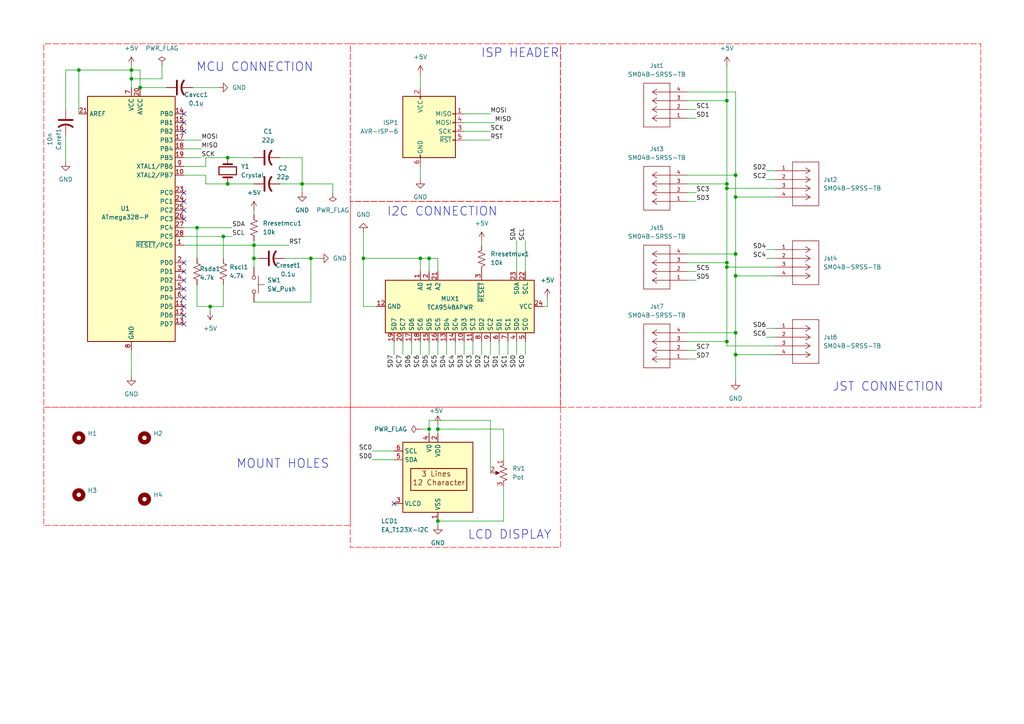
<source format=kicad_sch>
(kicad_sch (version 20250114) (generator "eeschema") (generator_version "9.0")
  (paper "A4")
  (lib_symbols
    (symbol "4_Pin_JST:SM04B-SRSS-TB" (pin_names (offset 1.016))
      (property "Reference" "J" (at 4.1656 5.3086 0))
      (property "Value" "SM04B-SRSS-TB" (at 0 0 0))
      (symbol "SM04B-SRSS-TB_0_0"
        (polyline (pts (xy 5.08 2.54) (xy 5.08 -10.16)) (stroke (width 0.1524)))
        (polyline (pts (xy 5.08 -10.16) (xy 12.7 -10.16)) (stroke (width 0.1524)))
        (polyline (pts (xy 10.16 0) (xy 5.08 0)) (stroke (width 0.1524)))
        (polyline (pts (xy 10.16 0) (xy 8.89 0.8382)) (stroke (width 0.1524)))
        (polyline (pts (xy 10.16 0) (xy 8.89 -0.8382)) (stroke (width 0.1524)))
        (polyline (pts (xy 10.16 -2.54) (xy 5.08 -2.54)) (stroke (width 0.1524)))
        (polyline (pts (xy 10.16 -2.54) (xy 8.89 -1.7018)) (stroke (width 0.1524)))
        (polyline (pts (xy 10.16 -2.54) (xy 8.89 -3.3782)) (stroke (width 0.1524)))
        (polyline (pts (xy 10.16 -5.08) (xy 5.08 -5.08)) (stroke (width 0.1524)))
        (polyline (pts (xy 10.16 -5.08) (xy 8.89 -4.2418)) (stroke (width 0.1524)))
        (polyline (pts (xy 10.16 -5.08) (xy 8.89 -5.9182)) (stroke (width 0.1524)))
        (polyline (pts (xy 10.16 -7.62) (xy 5.08 -7.62)) (stroke (width 0.1524)))
        (polyline (pts (xy 10.16 -7.62) (xy 8.89 -6.7818)) (stroke (width 0.1524)))
        (polyline (pts (xy 10.16 -7.62) (xy 8.89 -8.4582)) (stroke (width 0.1524)))
        (polyline (pts (xy 12.7 2.54) (xy 5.08 2.54)) (stroke (width 0.1524)))
        (polyline (pts (xy 12.7 -10.16) (xy 12.7 2.54)) (stroke (width 0.1524)))
        (pin passive line (at 0 0 0) (length 5.08) (name "~") (number "1"))
        (pin passive line (at 0 -2.54 0) (length 5.08) (name "~") (number "2"))
        (pin passive line (at 0 -5.08 0) (length 5.08) (name "~") (number "3"))
        (pin passive line (at 0 -7.62 0) (length 5.08) (name "~") (number "4"))
      )
    )
    (symbol "Connector:AVR-ISP-6" (pin_names (offset 1.016))
      (property "Reference" "J" (at -6.35 11.43 0))
      (property "Value" "AVR-ISP-6" (at 0 11.43 0))
      (symbol "AVR-ISP-6_0_1"
        (rectangle (start -2.667 10.16) (end -2.413 9.398))
        (rectangle (start -2.667 -6.858) (end -2.413 -7.62))
        (rectangle (start 7.62 10.16) (end -7.62 -7.62) (stroke (width 0.254)) (fill (type background)))
        (rectangle (start 7.62 5.207) (end 6.858 4.953))
        (rectangle (start 7.62 2.667) (end 6.858 2.413))
        (rectangle (start 7.62 0.127) (end 6.858 -0.127))
        (rectangle (start 7.62 -2.413) (end 6.858 -2.667))
      )
      (symbol "AVR-ISP-6_1_1"
        (pin passive line (at -2.54 12.7 270) (length 2.54) (name "VCC") (number "2"))
        (pin passive line (at -2.54 -10.16 90) (length 2.54) (name "GND") (number "6"))
        (pin passive line (at 10.16 5.08 180) (length 2.54) (name "MISO") (number "1"))
        (pin passive line (at 10.16 2.54 180) (length 2.54) (name "MOSI") (number "4"))
        (pin passive line (at 10.16 0 180) (length 2.54) (name "SCK") (number "3"))
        (pin passive line (at 10.16 -2.54 180) (length 2.54) (name "~{RST}") (number "5"))
      )
    )
    (symbol "Device:C_US" (pin_numbers (hide yes)) (pin_names (offset 0.254) (hide yes))
      (property "Reference" "C" (at 0.635 2.54 0))
      (property "Value" "C_US" (at 0.635 -2.54 0))
      (symbol "C_US_0_1"
        (polyline (pts (xy -2.032 0.762) (xy 2.032 0.762)) (stroke (width 0.508)))
        (arc (start -2.032 -1.27) (mid 0 -0.5572) (end 2.032 -1.27) (stroke (width 0.508)))
      )
      (symbol "C_US_1_1"
        (pin passive line (at 0 3.81 270) (length 2.794) (name "~") (number "1"))
        (pin passive line (at 0 -3.81 90) (length 3.302) (name "~") (number "2"))
      )
    )
    (symbol "Device:Crystal" (pin_numbers (hide yes)) (pin_names (offset 1.016) (hide yes))
      (property "Reference" "Y" (at 0 3.81 0))
      (property "Value" "Crystal" (at 0 -3.81 0))
      (symbol "Crystal_0_1"
        (polyline (pts (xy -2.54 0) (xy -1.905 0)))
        (polyline (pts (xy -1.905 -1.27) (xy -1.905 1.27)) (stroke (width 0.508)))
        (rectangle (start -1.143 2.54) (end 1.143 -2.54) (stroke (width 0.3048)))
        (polyline (pts (xy 1.905 -1.27) (xy 1.905 1.27)) (stroke (width 0.508)))
        (polyline (pts (xy 2.54 0) (xy 1.905 0)))
      )
      (symbol "Crystal_1_1"
        (pin passive line (at -3.81 0 0) (length 1.27) (name "1") (number "1"))
        (pin passive line (at 3.81 0 180) (length 1.27) (name "2") (number "2"))
      )
    )
    (symbol "Device:R_Potentiometer_US" (pin_names (offset 1.016) (hide yes))
      (property "Reference" "RV" (at -4.445 0 90))
      (property "Value" "R_Potentiometer_US" (at -2.54 0 90))
      (symbol "R_Potentiometer_US_0_1"
        (polyline (pts (xy 0 2.54) (xy 0 2.286)))
        (polyline (pts (xy 0 2.286) (xy 1.016 1.905) (xy 0 1.524) (xy -1.016 1.143) (xy 0 0.762)))
        (polyline (pts (xy 0 0.762) (xy 1.016 0.381) (xy 0 0) (xy -1.016 -0.381) (xy 0 -0.762)))
        (polyline (pts (xy 0 -0.762) (xy 1.016 -1.143) (xy 0 -1.524) (xy -1.016 -1.905) (xy 0 -2.286)))
        (polyline (pts (xy 0 -2.286) (xy 0 -2.54)))
        (polyline (pts (xy 1.143 0) (xy 2.286 0.508) (xy 2.286 -0.508) (xy 1.143 0)) (fill (type outline)))
        (polyline (pts (xy 2.54 0) (xy 1.524 0)))
      )
      (symbol "R_Potentiometer_US_1_1"
        (pin passive line (at 0 3.81 270) (length 1.27) (name "1") (number "1"))
        (pin passive line (at 0 -3.81 90) (length 1.27) (name "3") (number "3"))
        (pin passive line (at 3.81 0 180) (length 1.27) (name "2") (number "2"))
      )
    )
    (symbol "Device:R_US" (pin_numbers (hide yes)) (pin_names (offset 0))
      (property "Reference" "R" (at 2.54 0 90))
      (property "Value" "R_US" (at -2.54 0 90))
      (symbol "R_US_0_1"
        (polyline (pts (xy 0 2.286) (xy 0 2.54)))
        (polyline (pts (xy 0 2.286) (xy 1.016 1.905) (xy 0 1.524) (xy -1.016 1.143) (xy 0 0.762)))
        (polyline (pts (xy 0 0.762) (xy 1.016 0.381) (xy 0 0) (xy -1.016 -0.381) (xy 0 -0.762)))
        (polyline (pts (xy 0 -0.762) (xy 1.016 -1.143) (xy 0 -1.524) (xy -1.016 -1.905) (xy 0 -2.286)))
        (polyline (pts (xy 0 -2.286) (xy 0 -2.54)))
      )
      (symbol "R_US_1_1"
        (pin passive line (at 0 3.81 270) (length 1.27) (name "~") (number "1"))
        (pin passive line (at 0 -3.81 90) (length 1.27) (name "~") (number "2"))
      )
    )
    (symbol "Display_Character:EA_T123X-I2C"
      (property "Reference" "U" (at -8.89 11.43 0))
      (property "Value" "EA_T123X-I2C" (at 3.556 11.684 0))
      (symbol "EA_T123X-I2C_0_0"
        (rectangle (start -7.874 2.54) (end 8.382 -3.81) (stroke (width 0.254)))
        (text "12 Character" (at -7.366 -1.524 0) (effects (font (size 1.524 1.524)) (justify left)))
        (text "3 Lines" (at -4.826 1.016 0) (effects (font (size 1.524 1.524)) (justify left)))
      )
      (symbol "EA_T123X-I2C_0_1"
        (rectangle (start -10.16 10.16) (end 10.16 -10.16) (stroke (width 0.254)) (fill (type background)))
      )
      (symbol "EA_T123X-I2C_1_1"
        (pin input line (at -12.7 7.62 0) (length 2.54) (name "SCL") (number "6"))
        (pin bidirectional line (at -12.7 5.08 0) (length 2.54) (name "SDA") (number "5"))
        (pin input line (at -12.7 -7.62 0) (length 2.54) (name "VLCD") (number "3"))
        (pin power_in line (at -2.54 12.7 270) (length 2.54) (name "V0") (number "4"))
        (pin power_in line (at 0 12.7 270) (length 2.54) (name "VDD") (number "2"))
        (pin power_in line (at 0 -12.7 90) (length 2.54) (name "VSS") (number "1"))
      )
    )
    (symbol "Interface_Expansion:TCA9548APWR"
      (property "Reference" "U" (at -7.62 21.59 0))
      (property "Value" "TCA9548APWR" (at 1.016 21.59 0))
      (symbol "TCA9548APWR_0_1"
        (rectangle (start -7.62 20.32) (end 7.62 -22.86) (stroke (width 0.254)) (fill (type background)))
      )
      (symbol "TCA9548APWR_1_1"
        (pin input line (at -10.16 17.78 0) (length 2.54) (name "SCL") (number "22"))
        (pin bidirectional line (at -10.16 15.24 0) (length 2.54) (name "SDA") (number "23"))
        (pin input line (at -10.16 5.08 0) (length 2.54) (name "~{RESET}") (number "3"))
        (pin input line (at -10.16 -7.62 0) (length 2.54) (name "A2") (number "21"))
        (pin input line (at -10.16 -10.16 0) (length 2.54) (name "A1") (number "2"))
        (pin input line (at -10.16 -12.7 0) (length 2.54) (name "A0") (number "1"))
        (pin power_in line (at 0 22.86 270) (length 2.54) (name "VCC") (number "24"))
        (pin power_in line (at 0 -25.4 90) (length 2.54) (name "GND") (number "12"))
        (pin output line (at 10.16 17.78 180) (length 2.54) (name "SC0") (number "5"))
        (pin bidirectional line (at 10.16 15.24 180) (length 2.54) (name "SD0") (number "4"))
        (pin output line (at 10.16 12.7 180) (length 2.54) (name "SC1") (number "7"))
        (pin bidirectional line (at 10.16 10.16 180) (length 2.54) (name "SD1") (number "6"))
        (pin output line (at 10.16 7.62 180) (length 2.54) (name "SC2") (number "9"))
        (pin bidirectional line (at 10.16 5.08 180) (length 2.54) (name "SD2") (number "8"))
        (pin output line (at 10.16 2.54 180) (length 2.54) (name "SC3") (number "11"))
        (pin bidirectional line (at 10.16 0 180) (length 2.54) (name "SD3") (number "10"))
        (pin output line (at 10.16 -2.54 180) (length 2.54) (name "SC4") (number "14"))
        (pin bidirectional line (at 10.16 -5.08 180) (length 2.54) (name "SD4") (number "13"))
        (pin output line (at 10.16 -7.62 180) (length 2.54) (name "SC5") (number "16"))
        (pin bidirectional line (at 10.16 -10.16 180) (length 2.54) (name "SD5") (number "15"))
        (pin output line (at 10.16 -12.7 180) (length 2.54) (name "SC6") (number "18"))
        (pin bidirectional line (at 10.16 -15.24 180) (length 2.54) (name "SD6") (number "17"))
        (pin output line (at 10.16 -17.78 180) (length 2.54) (name "SC7") (number "20"))
        (pin bidirectional line (at 10.16 -20.32 180) (length 2.54) (name "SD7") (number "19"))
      )
    )
    (symbol "MCU_Microchip_ATmega:ATmega328-P"
      (property "Reference" "U" (at -12.7 36.83 0))
      (property "Value" "ATmega328-P" (at 2.54 -36.83 0))
      (symbol "ATmega328-P_0_1"
        (rectangle (start -12.7 -35.56) (end 12.7 35.56) (stroke (width 0.254)) (fill (type background)))
      )
      (symbol "ATmega328-P_1_1"
        (pin passive line (at -15.24 30.48 0) (length 2.54) (name "AREF") (number "21"))
        (pin power_in line (at 0 38.1 270) (length 2.54) (name "VCC") (number "7"))
        (pin passive line (at 0 -38.1 90) (length 2.54) (hide yes) (name "GND") (number "22"))
        (pin power_in line (at 0 -38.1 90) (length 2.54) (name "GND") (number "8"))
        (pin power_in line (at 2.54 38.1 270) (length 2.54) (name "AVCC") (number "20"))
        (pin bidirectional line (at 15.24 30.48 180) (length 2.54) (name "PB0") (number "14"))
        (pin bidirectional line (at 15.24 27.94 180) (length 2.54) (name "PB1") (number "15"))
        (pin bidirectional line (at 15.24 25.4 180) (length 2.54) (name "PB2") (number "16"))
        (pin bidirectional line (at 15.24 22.86 180) (length 2.54) (name "PB3") (number "17"))
        (pin bidirectional line (at 15.24 20.32 180) (length 2.54) (name "PB4") (number "18"))
        (pin bidirectional line (at 15.24 17.78 180) (length 2.54) (name "PB5") (number "19"))
        (pin bidirectional line (at 15.24 15.24 180) (length 2.54) (name "XTAL1/PB6") (number "9"))
        (pin bidirectional line (at 15.24 12.7 180) (length 2.54) (name "XTAL2/PB7") (number "10"))
        (pin bidirectional line (at 15.24 7.62 180) (length 2.54) (name "PC0") (number "23"))
        (pin bidirectional line (at 15.24 5.08 180) (length 2.54) (name "PC1") (number "24"))
        (pin bidirectional line (at 15.24 2.54 180) (length 2.54) (name "PC2") (number "25"))
        (pin bidirectional line (at 15.24 0 180) (length 2.54) (name "PC3") (number "26"))
        (pin bidirectional line (at 15.24 -2.54 180) (length 2.54) (name "PC4") (number "27"))
        (pin bidirectional line (at 15.24 -5.08 180) (length 2.54) (name "PC5") (number "28"))
        (pin bidirectional line (at 15.24 -7.62 180) (length 2.54) (name "~{RESET}/PC6") (number "1"))
        (pin bidirectional line (at 15.24 -12.7 180) (length 2.54) (name "PD0") (number "2"))
        (pin bidirectional line (at 15.24 -15.24 180) (length 2.54) (name "PD1") (number "3"))
        (pin bidirectional line (at 15.24 -17.78 180) (length 2.54) (name "PD2") (number "4"))
        (pin bidirectional line (at 15.24 -20.32 180) (length 2.54) (name "PD3") (number "5"))
        (pin bidirectional line (at 15.24 -22.86 180) (length 2.54) (name "PD4") (number "6"))
        (pin bidirectional line (at 15.24 -25.4 180) (length 2.54) (name "PD5") (number "11"))
        (pin bidirectional line (at 15.24 -27.94 180) (length 2.54) (name "PD6") (number "12"))
        (pin bidirectional line (at 15.24 -30.48 180) (length 2.54) (name "PD7") (number "13"))
      )
    )
    (symbol "Mechanical:MountingHole" (pin_names (offset 1.016)) (in_bom no)
      (property "Reference" "H" (at 0 5.08 0))
      (property "Value" "MountingHole" (at 0 3.175 0))
      (symbol "MountingHole_0_1"
        (circle (center 0 0) (radius 1.27) (stroke (width 1.27)))
      )
    )
    (symbol "Switch:SW_Push" (pin_numbers (hide yes)) (pin_names (offset 1.016) (hide yes))
      (property "Reference" "SW" (at 1.27 2.54 0))
      (property "Value" "SW_Push" (at 0 -1.524 0))
      (symbol "SW_Push_0_1"
        (circle (center -2.032 0) (radius 0.508))
        (polyline (pts (xy 0 1.27) (xy 0 3.048)))
        (circle (center 2.032 0) (radius 0.508))
        (polyline (pts (xy 2.54 1.27) (xy -2.54 1.27)))
        (pin passive line (at -5.08 0 0) (length 2.54) (name "1") (number "1"))
        (pin passive line (at 5.08 0 180) (length 2.54) (name "2") (number "2"))
      )
    )
    (symbol "power:+5V" (power) (pin_numbers (hide yes)) (pin_names (offset 0) (hide yes))
      (property "Value" "+5V" (at 0 3.556 0))
      (symbol "+5V_0_1"
        (polyline (pts (xy -0.762 1.27) (xy 0 2.54)))
        (polyline (pts (xy 0 2.54) (xy 0.762 1.27)))
        (polyline (pts (xy 0 0) (xy 0 2.54)))
      )
      (symbol "+5V_1_1"
        (pin power_in line (at 0 0 90) (length 0) (name "~") (number "1"))
      )
    )
    (symbol "power:GND" (power) (pin_numbers (hide yes)) (pin_names (offset 0) (hide yes))
      (property "Value" "GND" (at 0 -3.81 0))
      (symbol "GND_0_1"
        (polyline (pts (xy 0 0) (xy 0 -1.27) (xy 1.27 -1.27) (xy 0 -2.54) (xy -1.27 -1.27) (xy 0 -1.27)))
      )
      (symbol "GND_1_1"
        (pin power_in line (at 0 0 270) (length 0) (name "~") (number "1"))
      )
    )
    (symbol "power:PWR_FLAG" (power) (pin_numbers (hide yes)) (pin_names (offset 0) (hide yes))
      (property "Value" "PWR_FLAG" (at 0 3.81 0))
      (symbol "PWR_FLAG_0_0"
        (pin power_out line (at 0 0 90) (length 0) (name "~") (number "1"))
      )
      (symbol "PWR_FLAG_0_1"
        (polyline (pts (xy 0 0) (xy 0 1.27) (xy -1.016 1.905) (xy 0 2.54) (xy 1.016 1.905) (xy 0 1.27)))
      )
    )
  )
  (text "MCU CONNECTION\n" (at 73.914 19.558 0) (effects (font (size 2.54 2.54))))
  (text "LCD DISPLAY" (at 147.828 155.194 0) (effects (font (size 2.54 2.54))))
  (text "I2C CONNECTION\n" (at 128.27 61.468 0) (effects (font (size 2.54 2.54))))
  (text "ISP HEADER\n\n" (at 150.876 17.526 0) (effects (font (size 2.54 2.54))))
  (text "MOUNT HOLES\n" (at 82.042 134.62 0) (effects (font (size 2.54 2.54))))
  (text "JST CONNECTION\n" (at 257.556 112.268 0) (effects (font (size 2.54 2.54))))
  (junction (at 210.82 77.47))
  (junction (at 127 124.46))
  (junction (at 210.82 54.61))
  (junction (at 210.82 99.06))
  (junction (at 73.66 74.93))
  (junction (at 66.04 45.72))
  (junction (at 40.64 25.4))
  (junction (at 90.17 74.93))
  (junction (at 38.1 22.86))
  (junction (at 66.04 53.34))
  (junction (at 210.82 76.2))
  (junction (at 213.36 102.87))
  (junction (at 127 151.13))
  (junction (at 213.36 96.52))
  (junction (at 124.46 124.46))
  (junction (at 210.82 53.34))
  (junction (at 121.92 74.93))
  (junction (at 213.36 57.15))
  (junction (at 22.86 20.32))
  (junction (at 64.77 68.58))
  (junction (at 60.96 88.9))
  (junction (at 124.46 74.93))
  (junction (at 213.36 73.66))
  (junction (at 73.66 71.12))
  (junction (at 213.36 50.8))
  (junction (at 210.82 29.21))
  (junction (at 213.36 80.01))
  (junction (at 87.63 53.34))
  (junction (at 38.1 20.32))
  (junction (at 105.41 74.93))
  (junction (at 57.15 66.04))
  (no_connect (at 53.34 58.42))
  (no_connect (at 53.34 76.2))
  (no_connect (at 53.34 86.36))
  (no_connect (at 53.34 83.82))
  (no_connect (at 53.34 78.74))
  (no_connect (at 53.34 91.44))
  (no_connect (at 53.34 60.96))
  (no_connect (at 53.34 55.88))
  (no_connect (at 53.34 63.5))
  (no_connect (at 53.34 35.56))
  (no_connect (at 53.34 33.02))
  (no_connect (at 53.34 88.9))
  (no_connect (at 53.34 38.1))
  (no_connect (at 53.34 93.98))
  (no_connect (at 114.3 146.05))
  (no_connect (at 53.34 81.28))
  (wire (pts (xy 134.62 35.56) (xy 143.51 35.56)))
  (wire (pts (xy 199.39 96.52) (xy 213.36 96.52)))
  (wire (pts (xy 121.92 74.93) (xy 124.46 74.93)))
  (wire (pts (xy 199.39 50.8) (xy 213.36 50.8)))
  (wire (pts (xy 121.92 124.46) (xy 124.46 124.46)))
  (wire (pts (xy 199.39 78.74) (xy 201.93 78.74)))
  (wire (pts (xy 53.34 66.04) (xy 57.15 66.04)))
  (wire (pts (xy 199.39 81.28) (xy 201.93 81.28)))
  (wire (pts (xy 81.28 45.72) (xy 87.63 45.72)))
  (wire (pts (xy 64.77 68.58) (xy 64.77 74.93)))
  (wire (pts (xy 96.52 55.88) (xy 96.52 53.34)))
  (wire (pts (xy 48.26 25.4) (xy 40.64 25.4)))
  (wire (pts (xy 121.92 21.59) (xy 121.92 25.4)))
  (wire (pts (xy 213.36 73.66) (xy 213.36 80.01)))
  (wire (pts (xy 199.39 101.6) (xy 201.93 101.6)))
  (wire (pts (xy 210.82 99.06) (xy 210.82 77.47)))
  (wire (pts (xy 57.15 88.9) (xy 57.15 82.55)))
  (wire (pts (xy 64.77 82.55) (xy 64.77 88.9)))
  (wire (pts (xy 121.92 48.26) (xy 121.92 52.07)))
  (wire (pts (xy 73.66 87.63) (xy 90.17 87.63)))
  (wire (pts (xy 59.69 53.34) (xy 66.04 53.34)))
  (wire (pts (xy 199.39 73.66) (xy 213.36 73.66)))
  (wire (pts (xy 146.05 140.97) (xy 146.05 151.13)))
  (wire (pts (xy 142.24 99.06) (xy 142.24 102.87)))
  (wire (pts (xy 87.63 55.88) (xy 87.63 53.34)))
  (wire (pts (xy 105.41 67.31) (xy 105.41 74.93)))
  (wire (pts (xy 213.36 96.52) (xy 213.36 102.87)))
  (wire (pts (xy 116.84 99.06) (xy 116.84 102.87)))
  (wire (pts (xy 224.79 80.01) (xy 213.36 80.01)))
  (wire (pts (xy 213.36 80.01) (xy 213.36 96.52)))
  (wire (pts (xy 146.05 124.46) (xy 127 124.46)))
  (wire (pts (xy 158.75 86.36) (xy 158.75 88.9)))
  (wire (pts (xy 121.92 99.06) (xy 121.92 102.87)))
  (wire (pts (xy 55.88 25.4) (xy 63.5 25.4)))
  (wire (pts (xy 152.4 69.85) (xy 152.4 78.74)))
  (wire (pts (xy 60.96 88.9) (xy 60.96 90.17)))
  (wire (pts (xy 124.46 74.93) (xy 124.46 78.74)))
  (wire (pts (xy 134.62 33.02) (xy 142.24 33.02)))
  (wire (pts (xy 147.32 99.06) (xy 147.32 102.87)))
  (wire (pts (xy 137.16 99.06) (xy 137.16 102.87)))
  (wire (pts (xy 146.05 151.13) (xy 127 151.13)))
  (wire (pts (xy 199.39 53.34) (xy 210.82 53.34)))
  (wire (pts (xy 22.86 20.32) (xy 38.1 20.32)))
  (wire (pts (xy 199.39 26.67) (xy 213.36 26.67)))
  (wire (pts (xy 210.82 76.2) (xy 210.82 77.47)))
  (wire (pts (xy 124.46 74.93) (xy 127 74.93)))
  (wire (pts (xy 139.7 69.85) (xy 139.7 71.12)))
  (wire (pts (xy 38.1 101.6) (xy 38.1 109.22)))
  (wire (pts (xy 127 125.73) (xy 127 124.46)))
  (wire (pts (xy 124.46 121.92) (xy 142.24 121.92)))
  (wire (pts (xy 134.62 40.64) (xy 142.24 40.64)))
  (wire (pts (xy 40.64 20.32) (xy 40.64 25.4)))
  (wire (pts (xy 82.55 74.93) (xy 90.17 74.93)))
  (wire (pts (xy 19.05 39.37) (xy 19.05 46.99)))
  (wire (pts (xy 199.39 31.75) (xy 201.93 31.75)))
  (wire (pts (xy 107.95 133.35) (xy 114.3 133.35)))
  (wire (pts (xy 73.66 74.93) (xy 73.66 71.12)))
  (wire (pts (xy 127 78.74) (xy 127 74.93)))
  (wire (pts (xy 38.1 19.05) (xy 38.1 20.32)))
  (wire (pts (xy 119.38 99.06) (xy 119.38 102.87)))
  (wire (pts (xy 199.39 29.21) (xy 210.82 29.21)))
  (wire (pts (xy 73.66 60.96) (xy 73.66 62.23)))
  (wire (pts (xy 74.93 74.93) (xy 73.66 74.93)))
  (wire (pts (xy 127 151.13) (xy 127 152.4)))
  (wire (pts (xy 53.34 45.72) (xy 58.42 45.72)))
  (wire (pts (xy 134.62 38.1) (xy 142.24 38.1)))
  (wire (pts (xy 73.66 69.85) (xy 73.66 71.12)))
  (wire (pts (xy 224.79 100.33) (xy 210.82 100.33)))
  (wire (pts (xy 90.17 74.93) (xy 92.71 74.93)))
  (wire (pts (xy 59.69 50.8) (xy 59.69 53.34)))
  (wire (pts (xy 224.79 57.15) (xy 213.36 57.15)))
  (wire (pts (xy 210.82 29.21) (xy 210.82 53.34)))
  (wire (pts (xy 224.79 77.47) (xy 210.82 77.47)))
  (wire (pts (xy 149.86 69.85) (xy 149.86 78.74)))
  (wire (pts (xy 134.62 99.06) (xy 134.62 102.87)))
  (wire (pts (xy 38.1 20.32) (xy 38.1 22.86)))
  (wire (pts (xy 210.82 53.34) (xy 210.82 54.61)))
  (wire (pts (xy 19.05 31.75) (xy 19.05 20.32)))
  (wire (pts (xy 73.66 74.93) (xy 73.66 77.47)))
  (wire (pts (xy 81.28 53.34) (xy 87.63 53.34)))
  (wire (pts (xy 96.52 53.34) (xy 87.63 53.34)))
  (wire (pts (xy 66.04 53.34) (xy 73.66 53.34)))
  (wire (pts (xy 64.77 68.58) (xy 67.31 68.58)))
  (wire (pts (xy 157.48 88.9) (xy 158.75 88.9)))
  (wire (pts (xy 59.69 45.72) (xy 66.04 45.72)))
  (wire (pts (xy 146.05 133.35) (xy 146.05 124.46)))
  (wire (pts (xy 124.46 124.46) (xy 124.46 121.92)))
  (wire (pts (xy 46.99 19.05) (xy 46.99 22.86)))
  (wire (pts (xy 90.17 87.63) (xy 90.17 74.93)))
  (wire (pts (xy 199.39 76.2) (xy 210.82 76.2)))
  (wire (pts (xy 124.46 99.06) (xy 124.46 102.87)))
  (wire (pts (xy 144.78 99.06) (xy 144.78 102.87)))
  (wire (pts (xy 222.25 72.39) (xy 224.79 72.39)))
  (wire (pts (xy 222.25 95.25) (xy 224.79 95.25)))
  (wire (pts (xy 57.15 66.04) (xy 57.15 74.93)))
  (wire (pts (xy 87.63 45.72) (xy 87.63 53.34)))
  (wire (pts (xy 199.39 104.14) (xy 201.93 104.14)))
  (wire (pts (xy 142.24 121.92) (xy 142.24 137.16)))
  (wire (pts (xy 222.25 74.93) (xy 224.79 74.93)))
  (wire (pts (xy 121.92 78.74) (xy 121.92 74.93)))
  (wire (pts (xy 66.04 45.72) (xy 73.66 45.72)))
  (wire (pts (xy 22.86 33.02) (xy 22.86 20.32)))
  (wire (pts (xy 57.15 66.04) (xy 67.31 66.04)))
  (wire (pts (xy 149.86 99.06) (xy 149.86 102.87)))
  (wire (pts (xy 127 99.06) (xy 127 102.87)))
  (wire (pts (xy 222.25 49.53) (xy 224.79 49.53)))
  (wire (pts (xy 124.46 125.73) (xy 124.46 124.46)))
  (wire (pts (xy 105.41 88.9) (xy 109.22 88.9)))
  (wire (pts (xy 38.1 22.86) (xy 38.1 25.4)))
  (wire (pts (xy 64.77 88.9) (xy 60.96 88.9)))
  (wire (pts (xy 213.36 57.15) (xy 213.36 73.66)))
  (wire (pts (xy 19.05 20.32) (xy 22.86 20.32)))
  (wire (pts (xy 210.82 19.05) (xy 210.82 29.21)))
  (wire (pts (xy 46.99 22.86) (xy 38.1 22.86)))
  (wire (pts (xy 60.96 88.9) (xy 57.15 88.9)))
  (wire (pts (xy 114.3 99.06) (xy 114.3 102.87)))
  (wire (pts (xy 210.82 100.33) (xy 210.82 99.06)))
  (wire (pts (xy 59.69 48.26) (xy 59.69 45.72)))
  (wire (pts (xy 222.25 52.07) (xy 224.79 52.07)))
  (wire (pts (xy 40.64 20.32) (xy 38.1 20.32)))
  (wire (pts (xy 105.41 74.93) (xy 121.92 74.93)))
  (wire (pts (xy 107.95 130.81) (xy 114.3 130.81)))
  (wire (pts (xy 224.79 54.61) (xy 210.82 54.61)))
  (wire (pts (xy 53.34 48.26) (xy 59.69 48.26)))
  (wire (pts (xy 73.66 71.12) (xy 83.82 71.12)))
  (wire (pts (xy 53.34 43.18) (xy 58.42 43.18)))
  (wire (pts (xy 222.25 97.79) (xy 224.79 97.79)))
  (wire (pts (xy 210.82 54.61) (xy 210.82 76.2)))
  (wire (pts (xy 139.7 99.06) (xy 139.7 102.87)))
  (wire (pts (xy 199.39 99.06) (xy 210.82 99.06)))
  (wire (pts (xy 152.4 99.06) (xy 152.4 102.87)))
  (wire (pts (xy 199.39 55.88) (xy 201.93 55.88)))
  (wire (pts (xy 53.34 50.8) (xy 59.69 50.8)))
  (wire (pts (xy 127 124.46) (xy 127 123.19)))
  (wire (pts (xy 53.34 71.12) (xy 73.66 71.12)))
  (wire (pts (xy 53.34 40.64) (xy 58.42 40.64)))
  (wire (pts (xy 132.08 99.06) (xy 132.08 102.87)))
  (wire (pts (xy 213.36 26.67) (xy 213.36 50.8)))
  (wire (pts (xy 213.36 102.87) (xy 213.36 110.49)))
  (wire (pts (xy 199.39 58.42) (xy 201.93 58.42)))
  (wire (pts (xy 199.39 34.29) (xy 201.93 34.29)))
  (wire (pts (xy 105.41 74.93) (xy 105.41 88.9)))
  (wire (pts (xy 53.34 68.58) (xy 64.77 68.58)))
  (wire (pts (xy 224.79 102.87) (xy 213.36 102.87)))
  (wire (pts (xy 129.54 99.06) (xy 129.54 102.87)))
  (wire (pts (xy 213.36 50.8) (xy 213.36 57.15)))
  (label "SD0" (at 149.86 102.87 270))
  (label "SD7" (at 201.93 104.14 0))
  (label "SD4" (at 222.25 72.39 180))
  (label "RST" (at 142.24 40.64 0))
  (label "SD5" (at 201.93 81.28 0))
  (label "SC7" (at 201.93 101.6 0))
  (label "SC4" (at 222.25 74.93 180))
  (label "SD6" (at 222.25 95.25 180))
  (label "SC2" (at 142.24 102.87 270))
  (label "MOSI" (at 58.42 40.64 0))
  (label "SDA" (at 149.86 69.85 90))
  (label "MISO" (at 143.51 35.56 0))
  (label "SD3" (at 134.62 102.87 270))
  (label "SC3" (at 137.16 102.87 270))
  (label "SD0" (at 107.95 133.35 180))
  (label "SC5" (at 127 102.87 270))
  (label "SC0" (at 107.95 130.81 180))
  (label "SD7" (at 114.3 102.87 270))
  (label "SD2" (at 222.25 49.53 180))
  (label "SC4" (at 132.08 102.87 270))
  (label "SD3" (at 201.93 58.42 0))
  (label "SC3" (at 201.93 55.88 0))
  (label "SC0" (at 152.4 102.87 270))
  (label "SCL" (at 152.4 69.85 90))
  (label "MOSI" (at 142.24 33.02 0))
  (label "SCK" (at 142.24 38.1 0))
  (label "SD2" (at 139.7 102.87 270))
  (label "SDA" (at 67.31 66.04 0))
  (label "SCL" (at 67.31 68.58 0))
  (label "SC6" (at 222.25 97.79 180))
  (label "SCK" (at 58.42 45.72 0))
  (label "SD1" (at 201.93 34.29 0))
  (label "SC5" (at 201.93 78.74 0))
  (label "SC1" (at 147.32 102.87 270))
  (label "MISO" (at 58.42 43.18 0))
  (label "SD5" (at 124.46 102.87 270))
  (label "SD6" (at 119.38 102.87 270))
  (label "SC7" (at 116.84 102.87 270))
  (label "RST" (at 83.82 71.12 0))
  (label "SD4" (at 129.54 102.87 270))
  (label "SC1" (at 201.93 31.75 0))
  (label "SC2" (at 222.25 52.07 180))
  (label "SD1" (at 144.78 102.87 270))
  (label "SC6" (at 121.92 102.87 270))
  (rule_area (polyline (pts (xy 162.56 118.11) (xy 284.48 118.11) (xy 284.48 12.7) (xy 162.56 12.7)) (stroke (width 0) (type dash))))
  (rule_area (polyline (pts (xy 101.6 118.11) (xy 162.56 118.11) (xy 162.56 58.42) (xy 101.6 58.42)) (stroke (width 0) (type dash))))
  (rule_area (polyline (pts (xy 101.6 118.11) (xy 12.7 118.11) (xy 12.7 152.4) (xy 101.6 152.4)) (stroke (width 0) (type dash))))
  (rule_area (polyline (pts (xy 12.7 118.11) (xy 101.6 118.11) (xy 101.6 12.7) (xy 12.7 12.7)) (stroke (width 0) (type dash))))
  (rule_area (polyline (pts (xy 162.56 118.11) (xy 162.56 158.75) (xy 101.6 158.75) (xy 101.6 118.11)) (stroke (width 0) (type dash))))
  (rule_area (polyline (pts (xy 101.6 58.42) (xy 101.6 12.7) (xy 162.56 12.7) (xy 162.56 58.42)) (stroke (width 0) (type dash))))
  (symbol (lib_id "Device:R_US") (at 64.77 78.74 0) (unit 1)
    (property "Reference" "Rscl1" (at 66.548 77.47 0) (effects (justify left)))
    (property "Value" "4.7k" (at 66.548 80.01 0) (effects (justify left)))
    (property "Footprint" "Resistor_SMD:R_0805_2012Metric_Pad1.20x1.40mm_HandSolder" (effects (hide yes)))
    (property "Description" "Resistor, US symbol" (effects (hide yes)))
  )
  (symbol (lib_id "power:+5V") (at 139.7 69.85 0) (mirror y) (unit 1)
    (property "Reference" "#PWR013" (effects (hide yes)))
    (property "Value" "+5V" (at 139.7 64.77 0))
    (property "Description" "Power symbol creates a global label with name \"+5V\"" (effects (hide yes)))
  )
  (symbol (lib_id "power:GND") (at 121.92 52.07 0) (unit 1)
    (property "Reference" "#PWR08" (effects (hide yes)))
    (property "Value" "GND" (at 121.92 57.15 0))
    (property "Description" "Power symbol creates a global label with name \"GND\" , ground" (effects (hide yes)))
  )
  (symbol (lib_id "Device:C_US") (at 52.07 25.4 90) (unit 1)
    (property "Reference" "Cavcc1" (at 56.896 27.432 90))
    (property "Value" "0.1u" (at 56.896 29.972 90))
    (property "Footprint" "Capacitor_SMD:C_0805_2012Metric" (effects (hide yes)))
    (property "Description" "capacitor, US symbol" (effects (hide yes)))
  )
  (symbol (lib_id "Mechanical:MountingHole") (at 41.91 144.78 0) (unit 1) (in_bom no)
    (property "Reference" "H4" (at 44.45 143.5099 0) (effects (justify left)))
    (property "Value" "MountingHole" (effects (hide yes)))
    (property "Footprint" "MountingHole:MountingHole_2.7mm_Pad" (effects (hide yes)))
    (property "Description" "Mounting Hole without connection" (effects (hide yes)))
  )
  (symbol (lib_id "power:GND") (at 63.5 25.4 90) (unit 1)
    (property "Reference" "#PWR06" (effects (hide yes)))
    (property "Value" "GND" (at 67.31 25.3999 90) (effects (justify right)))
    (property "Description" "Power symbol creates a global label with name \"GND\" , ground" (effects (hide yes)))
  )
  (symbol (lib_id "Mechanical:MountingHole") (at 22.86 143.51 0) (unit 1) (in_bom no)
    (property "Reference" "H3" (at 25.4 142.2399 0) (effects (justify left)))
    (property "Value" "MountingHole" (effects (hide yes)))
    (property "Footprint" "MountingHole:MountingHole_2.7mm_Pad" (effects (hide yes)))
    (property "Description" "Mounting Hole without connection" (effects (hide yes)))
  )
  (symbol (lib_id "power:+5V") (at 73.66 60.96 0) (unit 1)
    (property "Reference" "#PWR05" (effects (hide yes)))
    (property "Value" "+5V" (at 73.66 55.88 0))
    (property "Description" "Power symbol creates a global label with name \"+5V\"" (effects (hide yes)))
  )
  (symbol (lib_id "Mechanical:MountingHole") (at 41.91 127 0) (unit 1) (in_bom no)
    (property "Reference" "H2" (at 44.45 125.7299 0) (effects (justify left)))
    (property "Value" "MountingHole" (effects (hide yes)))
    (property "Footprint" "MountingHole:MountingHole_2.7mm_Pad" (effects (hide yes)))
    (property "Description" "Mounting Hole without connection" (effects (hide yes)))
  )
  (symbol (lib_id "power:GND") (at 213.36 110.49 0) (unit 1)
    (property "Reference" "#PWR014" (effects (hide yes)))
    (property "Value" "GND" (at 213.36 115.57 0))
    (property "Description" "Power symbol creates a global label with name \"GND\" , ground" (effects (hide yes)))
  )
  (symbol (lib_id "Device:C_US") (at 78.74 74.93 90) (unit 1)
    (property "Reference" "Creset1" (at 83.566 76.962 90))
    (property "Value" "0.1u" (at 83.566 79.502 90))
    (property "Footprint" "Capacitor_SMD:C_0805_2012Metric" (effects (hide yes)))
    (property "Description" "capacitor, US symbol" (effects (hide yes)))
  )
  (symbol (lib_id "4_Pin_JST:SM04B-SRSS-TB") (at 224.79 49.53 0) (unit 1)
    (property "Reference" "Jst2" (at 238.76 52.0699 0) (effects (justify left)))
    (property "Value" "SM04B-SRSS-TB" (at 238.76 54.6099 0) (effects (justify left)))
    (property "Footprint" "Connector_JST:JST_GH_BM04B-GHS-TBT_1x04-1MP_P1.25mm_Vertical" (effects (hide yes)))
    (property "MF" "JST Sales America Inc." (effects (hide yes)))
    (property "Description_1" "Conn Shrouded Header (4 Sides) HDR 4 POS 1mm Solder RA Side Entry SMD T/R" (effects (hide yes)))
    (property "COPYRIGHT" "Copyright (C) 2024 Ultra Librarian. All rights reserved." (effects (hide yes)))
    (property "Package" "None" (effects (hide yes)))
    (property "Price" "None" (effects (hide yes)))
    (property "Check_prices" "https://www.snapeda.com/parts/SM04B-SRSS-TB/JST/view-part/?ref=eda" (effects (hide yes)))
    (property "Availability" "In Stock" (effects (hide yes)))
    (property "SnapEDA_Link" "https://www.snapeda.com/parts/SM04B-SRSS-TB/JST/view-part/?ref=snap" (effects (hide yes)))
    (property "MP" "SM04B-SRSS-TB" (effects (hide yes)))
    (property "MFR_NAME" "JST" (effects (hide yes)))
    (property "MANUFACTURER_PART_NUMBER" "SM04B-SRSS-TB" (effects (hide yes)))
  )
  (symbol (lib_id "Device:C_US") (at 19.05 35.56 0) (unit 1)
    (property "Reference" "Caref1" (at 17.018 40.386 90))
    (property "Value" "10n" (at 14.478 40.386 90))
    (property "Footprint" "Capacitor_SMD:C_0805_2012Metric" (effects (hide yes)))
    (property "Description" "capacitor, US symbol" (effects (hide yes)))
  )
  (symbol (lib_id "Device:R_US") (at 73.66 66.04 0) (unit 1)
    (property "Reference" "Rresetmcu1" (at 76.2 64.7699 0) (effects (justify left)))
    (property "Value" "10k" (at 76.2 67.3099 0) (effects (justify left)))
    (property "Footprint" "Resistor_SMD:R_0805_2012Metric_Pad1.20x1.40mm_HandSolder" (effects (hide yes)))
    (property "Description" "Resistor, US symbol" (effects (hide yes)))
  )
  (symbol (lib_id "power:+5V") (at 121.92 21.59 0) (unit 1)
    (property "Reference" "#PWR09" (effects (hide yes)))
    (property "Value" "+5V" (at 121.92 16.51 0))
    (property "Description" "Power symbol creates a global label with name \"+5V\"" (effects (hide yes)))
  )
  (symbol (lib_id "Device:C_US") (at 77.47 45.72 90) (unit 1)
    (property "Reference" "C1" (at 77.724 38.1 90))
    (property "Value" "22p" (at 77.724 40.64 90))
    (property "Footprint" "Capacitor_SMD:C_0805_2012Metric" (effects (hide yes)))
    (property "Description" "capacitor, US symbol" (effects (hide yes)))
  )
  (symbol (lib_id "power:PWR_FLAG") (at 46.99 19.05 0) (unit 1)
    (property "Reference" "#FLG02" (effects (hide yes)))
    (property "Value" "PWR_FLAG" (at 46.99 13.97 0))
    (property "Description" "Special symbol for telling ERC where power comes from" (effects (hide yes)))
  )
  (symbol (lib_id "power:PWR_FLAG") (at 96.52 55.88 180) (unit 1)
    (property "Reference" "#FLG04" (effects (hide yes)))
    (property "Value" "PWR_FLAG" (at 96.52 60.96 0))
    (property "Description" "Special symbol for telling ERC where power comes from" (effects (hide yes)))
  )
  (symbol (lib_id "4_Pin_JST:SM04B-SRSS-TB") (at 199.39 34.29 180) (unit 1)
    (property "Reference" "Jst1" (at 190.5 19.05 0))
    (property "Value" "SM04B-SRSS-TB" (at 190.5 21.59 0))
    (property "Footprint" "Connector_JST:JST_GH_BM04B-GHS-TBT_1x04-1MP_P1.25mm_Vertical" (effects (hide yes)))
    (property "MF" "JST Sales America Inc." (effects (hide yes)))
    (property "Description_1" "Conn Shrouded Header (4 Sides) HDR 4 POS 1mm Solder RA Side Entry SMD T/R" (effects (hide yes)))
    (property "COPYRIGHT" "Copyright (C) 2024 Ultra Librarian. All rights reserved." (effects (hide yes)))
    (property "Package" "None" (effects (hide yes)))
    (property "Price" "None" (effects (hide yes)))
    (property "Check_prices" "https://www.snapeda.com/parts/SM04B-SRSS-TB/JST/view-part/?ref=eda" (effects (hide yes)))
    (property "Availability" "In Stock" (effects (hide yes)))
    (property "SnapEDA_Link" "https://www.snapeda.com/parts/SM04B-SRSS-TB/JST/view-part/?ref=snap" (effects (hide yes)))
    (property "MP" "SM04B-SRSS-TB" (effects (hide yes)))
    (property "MFR_NAME" "JST" (effects (hide yes)))
    (property "MANUFACTURER_PART_NUMBER" "SM04B-SRSS-TB" (effects (hide yes)))
  )
  (symbol (lib_id "Device:R_US") (at 57.15 78.74 0) (unit 1)
    (property "Reference" "Rsda1" (at 57.912 77.978 0) (effects (justify left)))
    (property "Value" "4.7k" (at 57.912 80.518 0) (effects (justify left)))
    (property "Footprint" "Resistor_SMD:R_0805_2012Metric_Pad1.20x1.40mm_HandSolder" (effects (hide yes)))
    (property "Description" "Resistor, US symbol" (effects (hide yes)))
  )
  (symbol (lib_id "power:GND") (at 92.71 74.93 90) (unit 1)
    (property "Reference" "#PWR03" (effects (hide yes)))
    (property "Value" "GND" (at 96.52 74.9299 90) (effects (justify right)))
    (property "Description" "Power symbol creates a global label with name \"GND\" , ground" (effects (hide yes)))
  )
  (symbol (lib_id "power:+5V") (at 60.96 90.17 180) (unit 1)
    (property "Reference" "#PWR015" (effects (hide yes)))
    (property "Value" "+5V" (at 60.96 95.25 0))
    (property "Description" "Power symbol creates a global label with name \"+5V\"" (effects (hide yes)))
  )
  (symbol (lib_id "power:+5V") (at 158.75 86.36 0) (unit 1)
    (property "Reference" "#PWR011" (effects (hide yes)))
    (property "Value" "+5V" (at 158.75 81.28 0))
    (property "Description" "Power symbol creates a global label with name \"+5V\"" (effects (hide yes)))
  )
  (symbol (lib_id "Mechanical:MountingHole") (at 22.86 127 0) (unit 1) (in_bom no)
    (property "Reference" "H1" (at 25.4 125.7299 0) (effects (justify left)))
    (property "Value" "MountingHole" (effects (hide yes)))
    (property "Footprint" "MountingHole:MountingHole_2.7mm_Pad" (effects (hide yes)))
    (property "Description" "Mounting Hole without connection" (effects (hide yes)))
  )
  (symbol (lib_id "4_Pin_JST:SM04B-SRSS-TB") (at 224.79 72.39 0) (unit 1)
    (property "Reference" "Jst4" (at 238.76 74.9299 0) (effects (justify left)))
    (property "Value" "SM04B-SRSS-TB" (at 238.76 77.4699 0) (effects (justify left)))
    (property "Footprint" "Connector_JST:JST_GH_BM04B-GHS-TBT_1x04-1MP_P1.25mm_Vertical" (effects (hide yes)))
    (property "MF" "JST Sales America Inc." (effects (hide yes)))
    (property "Description_1" "Conn Shrouded Header (4 Sides) HDR 4 POS 1mm Solder RA Side Entry SMD T/R" (effects (hide yes)))
    (property "COPYRIGHT" "Copyright (C) 2024 Ultra Librarian. All rights reserved." (effects (hide yes)))
    (property "Package" "None" (effects (hide yes)))
    (property "Price" "None" (effects (hide yes)))
    (property "Check_prices" "https://www.snapeda.com/parts/SM04B-SRSS-TB/JST/view-part/?ref=eda" (effects (hide yes)))
    (property "Availability" "In Stock" (effects (hide yes)))
    (property "SnapEDA_Link" "https://www.snapeda.com/parts/SM04B-SRSS-TB/JST/view-part/?ref=snap" (effects (hide yes)))
    (property "MP" "SM04B-SRSS-TB" (effects (hide yes)))
    (property "MFR_NAME" "JST" (effects (hide yes)))
    (property "MANUFACTURER_PART_NUMBER" "SM04B-SRSS-TB" (effects (hide yes)))
  )
  (symbol (lib_id "4_Pin_JST:SM04B-SRSS-TB") (at 199.39 104.14 180) (unit 1)
    (property "Reference" "Jst7" (at 190.5 88.9 0))
    (property "Value" "SM04B-SRSS-TB" (at 190.5 91.44 0))
    (property "Footprint" "Connector_JST:JST_GH_BM04B-GHS-TBT_1x04-1MP_P1.25mm_Vertical" (effects (hide yes)))
    (property "MF" "JST Sales America Inc." (effects (hide yes)))
    (property "Description_1" "Conn Shrouded Header (4 Sides) HDR 4 POS 1mm Solder RA Side Entry SMD T/R" (effects (hide yes)))
    (property "COPYRIGHT" "Copyright (C) 2024 Ultra Librarian. All rights reserved." (effects (hide yes)))
    (property "Package" "None" (effects (hide yes)))
    (property "Price" "None" (effects (hide yes)))
    (property "Check_prices" "https://www.snapeda.com/parts/SM04B-SRSS-TB/JST/view-part/?ref=eda" (effects (hide yes)))
    (property "Availability" "In Stock" (effects (hide yes)))
    (property "SnapEDA_Link" "https://www.snapeda.com/parts/SM04B-SRSS-TB/JST/view-part/?ref=snap" (effects (hide yes)))
    (property "MP" "SM04B-SRSS-TB" (effects (hide yes)))
    (property "MFR_NAME" "JST" (effects (hide yes)))
    (property "MANUFACTURER_PART_NUMBER" "SM04B-SRSS-TB" (effects (hide yes)))
  )
  (symbol (lib_id "power:GND") (at 105.41 67.31 180) (unit 1)
    (property "Reference" "#PWR010" (effects (hide yes)))
    (property "Value" "GND" (at 105.41 62.23 0))
    (property "Description" "Power symbol creates a global label with name \"GND\" , ground" (effects (hide yes)))
  )
  (symbol (lib_id "4_Pin_JST:SM04B-SRSS-TB") (at 199.39 81.28 180) (unit 1)
    (property "Reference" "Jst5" (at 190.5 66.04 0))
    (property "Value" "SM04B-SRSS-TB" (at 190.5 68.58 0))
    (property "Footprint" "Connector_JST:JST_GH_BM04B-GHS-TBT_1x04-1MP_P1.25mm_Vertical" (effects (hide yes)))
    (property "MF" "JST Sales America Inc." (effects (hide yes)))
    (property "Description_1" "Conn Shrouded Header (4 Sides) HDR 4 POS 1mm Solder RA Side Entry SMD T/R" (effects (hide yes)))
    (property "COPYRIGHT" "Copyright (C) 2024 Ultra Librarian. All rights reserved." (effects (hide yes)))
    (property "Package" "None" (effects (hide yes)))
    (property "Price" "None" (effects (hide yes)))
    (property "Check_prices" "https://www.snapeda.com/parts/SM04B-SRSS-TB/JST/view-part/?ref=eda" (effects (hide yes)))
    (property "Availability" "In Stock" (effects (hide yes)))
    (property "SnapEDA_Link" "https://www.snapeda.com/parts/SM04B-SRSS-TB/JST/view-part/?ref=snap" (effects (hide yes)))
    (property "MP" "SM04B-SRSS-TB" (effects (hide yes)))
    (property "MFR_NAME" "JST" (effects (hide yes)))
    (property "MANUFACTURER_PART_NUMBER" "SM04B-SRSS-TB" (effects (hide yes)))
  )
  (symbol (lib_id "Switch:SW_Push") (at 73.66 82.55 270) (unit 1)
    (property "Reference" "SW1" (at 77.47 81.2799 90) (effects (justify left)))
    (property "Value" "SW_Push" (at 77.47 83.8199 90) (effects (justify left)))
    (property "Footprint" "Button_Switch_THT:SW_PUSH_6mm" (effects (hide yes)))
    (property "Description" "Push button switch, generic, two pins" (effects (hide yes)))
  )
  (symbol (lib_id "Device:Crystal") (at 66.04 49.53 270) (unit 1)
    (property "Reference" "Y1" (at 69.85 48.2599 90) (effects (justify left)))
    (property "Value" "Crystal" (at 69.85 50.7999 90) (effects (justify left)))
    (property "Footprint" "Crystal:Crystal_HC49-4H_Vertical" (effects (hide yes)))
    (property "Description" "Two pin crystal" (effects (hide yes)))
  )
  (symbol (lib_id "power:GND") (at 87.63 55.88 0) (unit 1)
    (property "Reference" "#PWR04" (effects (hide yes)))
    (property "Value" "GND" (at 87.63 60.96 0))
    (property "Description" "Power symbol creates a global label with name \"GND\" , ground" (effects (hide yes)))
  )
  (symbol (lib_id "Display_Character:EA_T123X-I2C") (at 127 138.43 0) (unit 1)
    (property "Reference" "LCD1" (at 110.49 151.13 0) (effects (justify left)))
    (property "Value" "EA_T123X-I2C" (at 110.49 153.67 0) (effects (justify left)))
    (property "Footprint" "Display:EA_T123X-I2C" (effects (hide yes)))
    (property "Datasheet" "http://www.lcd-module.de/pdf/doma/t123-i2c.pdf" (effects (hide yes)))
    (property "Description" "3 Lines, 12 character alpha numeric LCD, transreflective STN and FSTN Gray, I2C, single or dual power" (effects (hide yes)))
  )
  (symbol (lib_id "power:+5V") (at 38.1 19.05 0) (unit 1)
    (property "Reference" "#PWR02" (effects (hide yes)))
    (property "Value" "+5V" (at 38.1 13.97 0))
    (property "Description" "Power symbol creates a global label with name \"+5V\"" (effects (hide yes)))
  )
  (symbol (lib_id "Device:R_Potentiometer_US") (at 146.05 137.16 0) (mirror y) (unit 1)
    (property "Reference" "RV1" (at 148.59 135.8899 0) (effects (justify right)))
    (property "Value" "Pot" (at 148.59 138.4299 0) (effects (justify right)))
    (property "Footprint" "Potentiometer_SMD:Potentiometer_Bourns_3314J_Vertical" (effects (hide yes)))
    (property "Description" "Potentiometer, US symbol" (effects (hide yes)))
  )
  (symbol (lib_id "Device:C_US") (at 77.47 53.34 90) (unit 1)
    (property "Reference" "C2" (at 82.042 48.768 90))
    (property "Value" "22p" (at 82.042 51.308 90))
    (property "Footprint" "Capacitor_SMD:C_0805_2012Metric" (effects (hide yes)))
    (property "Description" "capacitor, US symbol" (effects (hide yes)))
  )
  (symbol (lib_id "Device:R_US") (at 139.7 74.93 0) (mirror y) (unit 1)
    (property "Reference" "Rresetmux1" (at 142.24 73.6599 0) (effects (justify right)))
    (property "Value" "10k" (at 142.24 76.1999 0) (effects (justify right)))
    (property "Footprint" "Resistor_SMD:R_0805_2012Metric_Pad1.20x1.40mm_HandSolder" (effects (hide yes)))
    (property "Description" "Resistor, US symbol" (effects (hide yes)))
  )
  (symbol (lib_id "Interface_Expansion:TCA9548APWR") (at 134.62 88.9 270) (unit 1)
    (property "Reference" "MUX1" (at 130.556 86.614 90))
    (property "Value" "TCA9548APWR" (at 130.556 89.154 90))
    (property "Footprint" "Package_SO:TSSOP-24_4.4x7.8mm_P0.65mm" (effects (hide yes)))
    (property "Datasheet" "http://www.ti.com/lit/ds/symlink/tca9548a.pdf" (effects (hide yes)))
    (property "Description" "Low voltage 8-channel I2C switch with reset, TSSOP-24" (effects (hide yes)))
  )
  (symbol (lib_id "4_Pin_JST:SM04B-SRSS-TB") (at 224.79 95.25 0) (unit 1)
    (property "Reference" "Jst6" (at 238.76 97.7899 0) (effects (justify left)))
    (property "Value" "SM04B-SRSS-TB" (at 238.76 100.3299 0) (effects (justify left)))
    (property "Footprint" "Connector_JST:JST_GH_BM04B-GHS-TBT_1x04-1MP_P1.25mm_Vertical" (effects (hide yes)))
    (property "MF" "JST Sales America Inc." (effects (hide yes)))
    (property "Description_1" "Conn Shrouded Header (4 Sides) HDR 4 POS 1mm Solder RA Side Entry SMD T/R" (effects (hide yes)))
    (property "COPYRIGHT" "Copyright (C) 2024 Ultra Librarian. All rights reserved." (effects (hide yes)))
    (property "Package" "None" (effects (hide yes)))
    (property "Price" "None" (effects (hide yes)))
    (property "Check_prices" "https://www.snapeda.com/parts/SM04B-SRSS-TB/JST/view-part/?ref=eda" (effects (hide yes)))
    (property "Availability" "In Stock" (effects (hide yes)))
    (property "SnapEDA_Link" "https://www.snapeda.com/parts/SM04B-SRSS-TB/JST/view-part/?ref=snap" (effects (hide yes)))
    (property "MP" "SM04B-SRSS-TB" (effects (hide yes)))
    (property "MFR_NAME" "JST" (effects (hide yes)))
    (property "MANUFACTURER_PART_NUMBER" "SM04B-SRSS-TB" (effects (hide yes)))
  )
  (symbol (lib_id "Connector:AVR-ISP-6") (at 124.46 38.1 0) (unit 1)
    (property "Reference" "ISP1" (at 115.57 35.5599 0) (effects (justify right)))
    (property "Value" "AVR-ISP-6" (at 115.57 38.0999 0) (effects (justify right)))
    (property "Footprint" "Connector_PinHeader_2.54mm:PinHeader_1x06_P2.54mm_Vertical" (effects (hide yes)))
    (property "Description" "Atmel 6-pin ISP connector" (effects (hide yes)))
  )
  (symbol (lib_id "4_Pin_JST:SM04B-SRSS-TB") (at 199.39 58.42 180) (unit 1)
    (property "Reference" "Jst3" (at 190.5 43.18 0))
    (property "Value" "SM04B-SRSS-TB" (at 190.5 45.72 0))
    (property "Footprint" "Connector_JST:JST_GH_BM04B-GHS-TBT_1x04-1MP_P1.25mm_Vertical" (effects (hide yes)))
    (property "MF" "JST Sales America Inc." (effects (hide yes)))
    (property "Description_1" "Conn Shrouded Header (4 Sides) HDR 4 POS 1mm Solder RA Side Entry SMD T/R" (effects (hide yes)))
    (property "COPYRIGHT" "Copyright (C) 2024 Ultra Librarian. All rights reserved." (effects (hide yes)))
    (property "Package" "None" (effects (hide yes)))
    (property "Price" "None" (effects (hide yes)))
    (property "Check_prices" "https://www.snapeda.com/parts/SM04B-SRSS-TB/JST/view-part/?ref=eda" (effects (hide yes)))
    (property "Availability" "In Stock" (effects (hide yes)))
    (property "SnapEDA_Link" "https://www.snapeda.com/parts/SM04B-SRSS-TB/JST/view-part/?ref=snap" (effects (hide yes)))
    (property "MP" "SM04B-SRSS-TB" (effects (hide yes)))
    (property "MFR_NAME" "JST" (effects (hide yes)))
    (property "MANUFACTURER_PART_NUMBER" "SM04B-SRSS-TB" (effects (hide yes)))
  )
  (symbol (lib_id "power:GND") (at 19.05 46.99 0) (unit 1)
    (property "Reference" "#PWR07" (effects (hide yes)))
    (property "Value" "GND" (at 19.05 52.0393 0))
    (property "Description" "Power symbol creates a global label with name \"GND\" , ground" (effects (hide yes)))
  )
  (symbol (lib_id "power:PWR_FLAG") (at 121.92 124.46 90) (unit 1)
    (property "Reference" "#FLG01" (effects (hide yes)))
    (property "Value" "PWR_FLAG" (at 118.11 124.4599 90) (effects (justify left)))
    (property "Description" "Special symbol for telling ERC where power comes from" (effects (hide yes)))
  )
  (symbol (lib_id "power:GND") (at 127 152.4 0) (unit 1)
    (property "Reference" "#PWR017" (effects (hide yes)))
    (property "Value" "GND" (at 127 157.48 0))
    (property "Description" "Power symbol creates a global label with name \"GND\" , ground" (effects (hide yes)))
  )
  (symbol (lib_id "power:GND") (at 38.1 109.22 0) (unit 1)
    (property "Reference" "#PWR01" (effects (hide yes)))
    (property "Value" "GND" (at 38.1 114.3 0))
    (property "Description" "Power symbol creates a global label with name \"GND\" , ground" (effects (hide yes)))
  )
  (symbol (lib_id "power:+5V") (at 127 123.19 0) (unit 1)
    (property "Reference" "#PWR016" (effects (hide yes)))
    (property "Value" "+5V" (at 126.492 119.126 0))
    (property "Description" "Power symbol creates a global label with name \"+5V\"" (effects (hide yes)))
  )
  (symbol (lib_id "power:+5V") (at 210.82 19.05 0) (unit 1)
    (property "Reference" "#PWR012" (effects (hide yes)))
    (property "Value" "+5V" (at 210.82 13.97 0))
    (property "Description" "Power symbol creates a global label with name \"+5V\"" (effects (hide yes)))
  )
  (symbol (lib_id "MCU_Microchip_ATmega:ATmega328-P") (at 38.1 63.5 0) (unit 1)
    (property "Reference" "U1" (at 36.322 60.452 0))
    (property "Value" "ATmega328-P" (at 36.322 62.992 0))
    (property "Footprint" "Package_DIP:DIP-28_W7.62mm" (effects (hide yes)))
    (property "Datasheet" "http://ww1.microchip.com/downloads/en/DeviceDoc/ATmega328_P%20AVR%20MCU%20with%20picoPower%20Technology%20Data%20Sheet%2040001984A.pdf" (effects (hide yes)))
    (property "Description" "20MHz, 32kB Flash, 2kB SRAM, 1kB EEPROM, DIP-28" (effects (hide yes)))
  )
)
</source>
